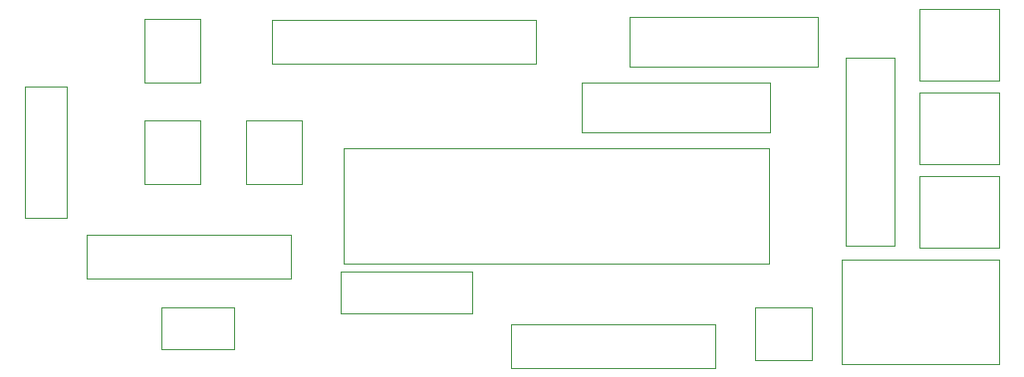
<source format=gbr>
%TF.GenerationSoftware,KiCad,Pcbnew,5.1.6-c6e7f7d~86~ubuntu16.04.1*%
%TF.CreationDate,2020-06-21T16:49:52-03:00*%
%TF.ProjectId,coolercontroller,636f6f6c-6572-4636-9f6e-74726f6c6c65,rev?*%
%TF.SameCoordinates,Original*%
%TF.FileFunction,Other,User*%
%FSLAX46Y46*%
G04 Gerber Fmt 4.6, Leading zero omitted, Abs format (unit mm)*
G04 Created by KiCad (PCBNEW 5.1.6-c6e7f7d~86~ubuntu16.04.1) date 2020-06-21 16:49:52*
%MOMM*%
%LPD*%
G01*
G04 APERTURE LIST*
%ADD10C,0.050000*%
G04 APERTURE END LIST*
D10*
%TO.C,P6*%
X150504000Y-146550000D02*
X157304000Y-146550000D01*
X157304000Y-146550000D02*
X157304000Y-140470000D01*
X157304000Y-140470000D02*
X150504000Y-140470000D01*
X150504000Y-140470000D02*
X150504000Y-146550000D01*
%TO.C,P5*%
X150504000Y-153662000D02*
X157304000Y-153662000D01*
X157304000Y-153662000D02*
X157304000Y-147582000D01*
X157304000Y-147582000D02*
X150504000Y-147582000D01*
X150504000Y-147582000D02*
X150504000Y-153662000D01*
%TO.C,P4*%
X150504000Y-160774000D02*
X157304000Y-160774000D01*
X157304000Y-160774000D02*
X157304000Y-154694000D01*
X157304000Y-154694000D02*
X150504000Y-154694000D01*
X150504000Y-154694000D02*
X150504000Y-160774000D01*
%TO.C,P3*%
X112524000Y-166392000D02*
X101324000Y-166392000D01*
X112524000Y-162842000D02*
X112524000Y-166392000D01*
X101324000Y-162842000D02*
X112524000Y-162842000D01*
X101324000Y-166392000D02*
X101324000Y-162842000D01*
%TO.C,P2*%
X78000000Y-147064000D02*
X78000000Y-158264000D01*
X74450000Y-147064000D02*
X78000000Y-147064000D01*
X74450000Y-158264000D02*
X74450000Y-147064000D01*
X78000000Y-158264000D02*
X74450000Y-158264000D01*
%TO.C,J1*%
X92224000Y-169440000D02*
X92224000Y-165840000D01*
X86074000Y-169440000D02*
X92224000Y-169440000D01*
X86074000Y-165840000D02*
X86074000Y-169440000D01*
X92224000Y-165840000D02*
X86074000Y-165840000D01*
%TO.C,R2*%
X79722000Y-163394000D02*
X97062000Y-163394000D01*
X79722000Y-159694000D02*
X79722000Y-163394000D01*
X97062000Y-159694000D02*
X79722000Y-159694000D01*
X97062000Y-163394000D02*
X97062000Y-159694000D01*
%TO.C,R1*%
X115790000Y-171014000D02*
X133130000Y-171014000D01*
X115790000Y-167314000D02*
X115790000Y-171014000D01*
X133130000Y-167314000D02*
X115790000Y-167314000D01*
X133130000Y-171014000D02*
X133130000Y-167314000D01*
%TO.C,Q3*%
X98022000Y-149924000D02*
X98022000Y-155384000D01*
X98022000Y-149924000D02*
X93282000Y-149924000D01*
X93282000Y-155384000D02*
X98022000Y-155384000D01*
X93282000Y-155384000D02*
X93282000Y-149924000D01*
%TO.C,Q2*%
X89386000Y-141288000D02*
X89386000Y-146748000D01*
X89386000Y-141288000D02*
X84646000Y-141288000D01*
X84646000Y-146748000D02*
X89386000Y-146748000D01*
X84646000Y-146748000D02*
X84646000Y-141288000D01*
%TO.C,Q1*%
X89386000Y-149924000D02*
X89386000Y-155384000D01*
X89386000Y-149924000D02*
X84646000Y-149924000D01*
X84646000Y-155384000D02*
X89386000Y-155384000D01*
X84646000Y-155384000D02*
X84646000Y-149924000D01*
%TO.C,IC1*%
X101574000Y-152336000D02*
X101574000Y-162136000D01*
X137674000Y-152336000D02*
X101574000Y-152336000D01*
X137674000Y-162136000D02*
X137674000Y-152336000D01*
X101574000Y-162136000D02*
X137674000Y-162136000D01*
%TO.C,D4*%
X141858000Y-141156000D02*
X125858000Y-141156000D01*
X141858000Y-145356000D02*
X141858000Y-141156000D01*
X125858000Y-145356000D02*
X141858000Y-145356000D01*
X125858000Y-141156000D02*
X125858000Y-145356000D01*
%TO.C,D3*%
X137794000Y-146744000D02*
X121794000Y-146744000D01*
X137794000Y-150944000D02*
X137794000Y-146744000D01*
X121794000Y-150944000D02*
X137794000Y-150944000D01*
X121794000Y-146744000D02*
X121794000Y-150944000D01*
%TO.C,D2*%
X148404000Y-160654000D02*
X148404000Y-144654000D01*
X144204000Y-160654000D02*
X148404000Y-160654000D01*
X144204000Y-144654000D02*
X144204000Y-160654000D01*
X148404000Y-144654000D02*
X144204000Y-144654000D01*
%TO.C,D1*%
X136508000Y-170398000D02*
X141358000Y-170398000D01*
X136508000Y-165898000D02*
X136508000Y-170398000D01*
X141358000Y-165898000D02*
X136508000Y-165898000D01*
X141358000Y-170398000D02*
X141358000Y-165898000D01*
%TO.C,P1*%
X157262000Y-161776000D02*
X143862000Y-161776000D01*
X157262000Y-170676000D02*
X157262000Y-161776000D01*
X143862000Y-170676000D02*
X157262000Y-170676000D01*
X143862000Y-161776000D02*
X143862000Y-170676000D01*
%TO.C,R3*%
X95470000Y-145106000D02*
X117890000Y-145106000D01*
X95470000Y-141406000D02*
X95470000Y-145106000D01*
X117890000Y-141406000D02*
X95470000Y-141406000D01*
X117890000Y-145106000D02*
X117890000Y-141406000D01*
%TD*%
M02*

</source>
